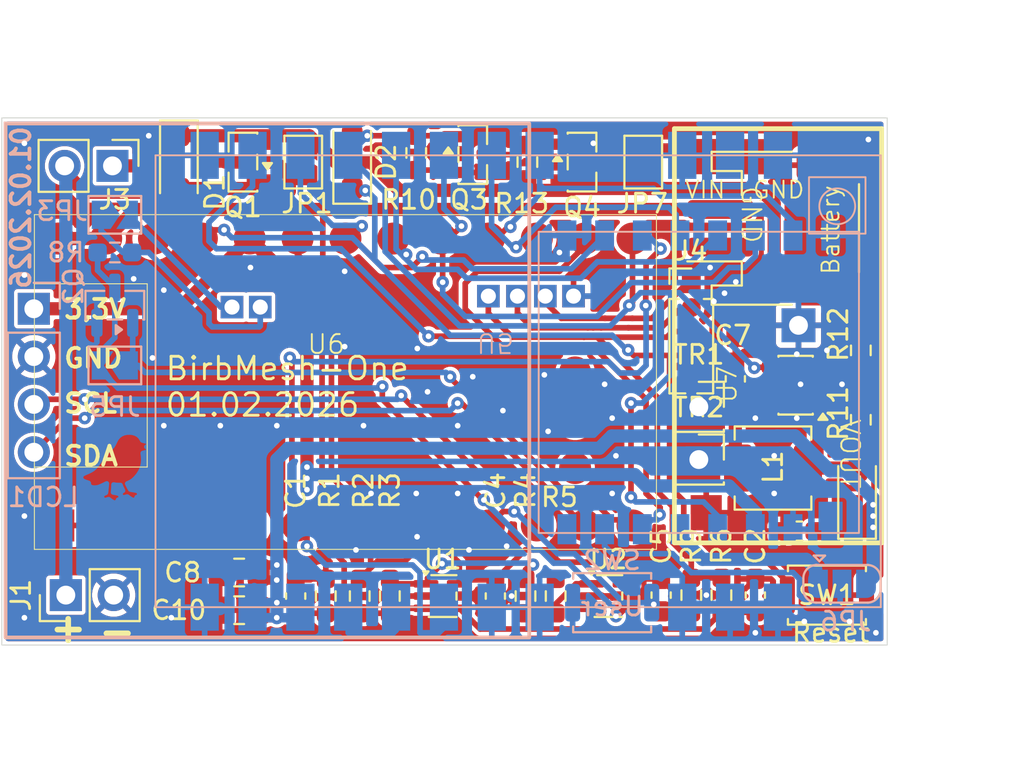
<source format=kicad_pcb>
(kicad_pcb (version 20241229) (generator "pcbnew") (generator_version "9.0")
  (layers (0 "F.Cu" signal) (2 "B.Cu" signal) (13 "F.Paste" user) (15 "B.Paste" user) (5 "F.SilkS" user "F.Silkscreen") (7 "B.SilkS" user "B.Silkscreen") (1 "F.Mask" user) (3 "B.Mask" user) (25 "Edge.Cuts" user))
  (net 0 "")
  (net 1 "GND")
  (net 2 "VCC_E22")
  (net 3 "VBAT")
  (net 4 "BAT_LEVEL")
  (net 5 "~{RESET}")
  (net 6 "VDDH")
  (net 7 "~{USER_BTN}")
  (net 8 "~{SX1262_RESET}")
  (net 9 "SWCLK")
  (net 10 "SWDIO")
  (net 11 "EXT_VCC")
  (net 12 "R_PROG")
  (net 13 "CHRG_PROG")
  (net 14 "CHRG_EN")
  (net 15 "RADIO_EN")
  (net 16 "LCD_SCL")
  (net 17 "LCD_SDA")
  (net 18 "Net-(Q3-D)")
  (net 19 "Net-(U1-HTH)")
  (net 20 "Net-(U2-IMP)")
  (net 21 "Net-(JP5-B)")
  (net 23 "SX1262_SCK")
  (net 24 "SX1262_DIO2")
  (net 25 "SX1262_BUSY")
  (net 26 "SX1262_MOSI")
  (net 27 "SX1262_NSS")
  (net 28 "SX1262_DIO1")
  (net 30 "SX1262_MISO")
  (net 32 "GPS_TX")
  (net 33 "RXD")
  (net 34 "GPS_RX")
  (net 37 "TXD")
  (net 38 "GPS_EN")
  (net 41 "/HW_VCC")
  (net 42 "/BOOST_SW")
  (net 43 "/BOOST_FB")
  (net 44 "VDD_NRF")
  (net 45 "VBUS")
  (net 47 "/VCCPA")
  (net 48 "Net-(JP6-C)")
  (footprint "BirbLib:ProMicro-all-pins_smd" (layer "F.Cu") (at 74.32 31.8 90)
    (property "Reference" "U6")
    (property "Value" "~" (hide yes))
  )
  (footprint "Diode_SMD:D_SOD-123F" (layer "F.Cu") (at 75.2 20.6 90)
    (property "Reference" "D2")
    (property "Value" "DSK26")
  )
  (footprint "Resistor_SMD:R_0603_1608Metric_Pad0.98x0.95mm_HandSolder" (layer "F.Cu") (at 84.5 20.6 90)
    (property "Reference" "R13")
    (property "Value" "300k")
  )
  (footprint "Inductor_SMD:L_Changjiang_FXL0420" (layer "F.Cu") (at 97.5375 36.85)
    (property "Reference" "L1")
    (property "Value" "FXL0420-2R2-M" (hide yes))
  )
  (footprint "Capacitor_SMD:C_0603_1608Metric_Pad1.08x0.95mm_HandSolder" (layer "F.Cu") (at 96.6 43.6 -90)
    (property "Reference" "C2")
    (property "Value" "100nF")
  )
  (footprint "Resistor_SMD:R_0603_1608Metric_Pad0.98x0.95mm_HandSolder" (layer "F.Cu") (at 77.2 43.65 -90)
    (property "Reference" "R3")
    (property "Value" "28k")
  )
  (footprint "Connector_PinSocket_2.54mm:PinSocket_1x01_P2.54mm_Vertical" (layer "F.Cu") (at 93.6 33.6)
    (property "Reference" "TR1")
    (property "Value" "PTH")
  )
  (footprint "Package_TO_SOT_SMD:SOT-23" (layer "F.Cu") (at 87.4 20.6)
    (property "Reference" "Q4")
    (property "Value" "AO3401A")
  )
  (footprint "Button_Switch_SMD:SW_Push_SPST_NO_Alps_SKRK" (layer "F.Cu") (at 100.4 43.6 180)
    (property "Reference" "SW1")
    (property "Value" "Reset")
  )
  (footprint "Resistor_SMD:R_0603_1608Metric_Pad0.98x0.95mm_HandSolder" (layer "F.Cu") (at 78.6 20.1125 -90)
    (property "Reference" "R10")
    (property "Value" "300k")
  )
  (footprint "Package_TO_SOT_SMD:SOT-23" (layer "F.Cu") (at 81.6 20.2)
    (property "Reference" "Q3")
    (property "Value" "BSS138")
  )
  (footprint "Resistor_SMD:R_0603_1608Metric_Pad0.98x0.95mm_HandSolder" (layer "F.Cu") (at 102.2 30.6 90)
    (property "Reference" "R12")
    (property "Value" "39k")
  )
  (footprint "Capacitor_SMD:C_0603_1608Metric_Pad1.08x0.95mm_HandSolder" (layer "F.Cu") (at 82.8 43.65 -90)
    (property "Reference" "C4")
    (property "Value" "100nF")
  )
  (footprint "Resistor_SMD:R_0603_1608Metric_Pad0.98x0.95mm_HandSolder" (layer "F.Cu") (at 84.4 43.65 90)
    (property "Reference" "R4")
    (property "Value" "86,6k")
  )
  (footprint "Resistor_SMD:R_0603_1608Metric_Pad0.98x0.95mm_HandSolder" (layer "F.Cu") (at 73.8 43.65 -90)
    (property "Reference" "R1")
    (property "Value" "1,24M")
  )
  (footprint "Package_TO_SOT_SMD:SOT-23-6" (layer "F.Cu") (at 98.7375 32.45 180)
    (property "Reference" "U4" (hide yes))
    (property "Value" "MT3608B")
  )
  (footprint "Connector_JST:JST_PH_S2B-PH-SM4-TB_1x02-1MP_P2.00mm_Horizontal" (layer "F.Cu") (at 97.592 24.114 90)
    (property "Reference" "J2" (hide yes))
    (property "Value" "Battery")
  )
  (footprint "Resistor_SMD:R_0603_1608Metric_Pad0.98x0.95mm_HandSolder" (layer "F.Cu") (at 86 43.65 -90)
    (property "Reference" "R5")
    (property "Value" "909K")
  )
  (footprint "Capacitor_SMD:C_0805_2012Metric_Pad1.18x1.45mm_HandSolder" (layer "F.Cu") (at 69.2 44.4)
    (property "Reference" "C10")
    (property "Value" "47uF")
  )
  (footprint "Jumper:SolderJumper-2_P1.3mm_Bridged_Pad1.0x1.5mm" (layer "F.Cu") (at 90.6495 20.6 90)
    (property "Reference" "JP7")
    (property "Value" "SolderJumper_2_Bridged" (hide yes))
  )
  (footprint "Package_TO_SOT_SMD:SOT-23" (layer "F.Cu") (at 69.4 20.6 180)
    (property "Reference" "Q1")
    (property "Value" "AO3401A")
  )
  (footprint "Jumper:SolderJumper-2_P1.3mm_Open_TrianglePad1.0x1.5mm" (layer "F.Cu") (at 72.6 20.6 90)
    (property "Reference" "JP1")
    (property "Value" "SolderJumper_2_Open" (hide yes))
  )
  (footprint "Connector_PinHeader_1.27mm:PinHeader_1x05_P1.27mm_Vertical" (layer "F.Cu") (at 93.2 27.06)
    (property "Reference" "J4")
    (property "Value" "Conn_01x05_Socket")
  )
  (footprint "Capacitor_SMD:C_0603_1608Metric_Pad1.08x0.95mm_HandSolder" (layer "F.Cu") (at 95.5375 32.1125 90)
    (property "Reference" "C7")
    (property "Value" "22uF")
  )
  (footprint "Resistor_SMD:R_0603_1608Metric_Pad0.98x0.95mm_HandSolder" (layer "F.Cu") (at 102.2 34.2875 -90)
    (property "Reference" "R11")
    (property "Value" "300k")
  )
  (footprint "Resistor_SMD:R_0603_1608Metric_Pad0.98x0.95mm_HandSolder" (layer "F.Cu") (at 93.2 43.6 90)
    (property "Reference" "R9")
    (property "Value" "100k")
  )
  (footprint "Resistor_SMD:R_0603_1608Metric_Pad0.98x0.95mm_HandSolder" (layer "F.Cu") (at 94.8 43.6 90)
    (property "Reference" "R6")
    (property "Value" "100k")
  )
  (footprint "Connector_PinHeader_2.54mm:PinHeader_1x02_P2.54mm_Vertical" (layer "F.Cu") (at 62.475 20.8 -90)
    (property "Reference" "J3")
    (property "Value" "Conn_01x02_Socket" (hide yes))
  )
  (footprint "Diode_SMD:D_SOD-123F" (layer "F.Cu") (at 66 20.6 -90)
    (property "Reference" "D1")
    (property "Value" "DSK26")
  )
  (footprint "Resistor_SMD:R_0603_1608Metric_Pad0.98x0.95mm_HandSolder" (layer "F.Cu") (at 75.6 43.65 90)
    (property "Reference" "R2")
    (property "Value" "1,96M")
  )
  (footprint "Package_TO_SOT_SMD:SOT-353_SC-70-5" (layer "F.Cu") (at 80 43.65)
    (property "Reference" "U1")
    (property "Value" "MIC841H")
  )
  (footprint "Diode_SMD:D_SOD-123F" (layer "F.Cu") (at 102 38.4 90)
    (property "Reference" "D3" (hide yes))
    (property "Value" "DSK26")
  )
  (footprint "Connector_PinSocket_2.54mm:PinSocket_1x01_P2.54mm_Vertical" (layer "F.Cu") (at 93.6 36.4)
    (property "Reference" "TR2")
    (property "Value" "PTH")
  )
  (footprint "Connector_PinHeader_2.54mm:PinHeader_1x02_P2.54mm_Vertical" (layer "F.Cu") (at 60 43.6 90)
    (property "Reference" "J1")
    (property "Value" "Conn_01x04_Pin" (hide yes))
  )
  (footprint "Package_TO_SOT_SMD:SOT-353_SC-70-5" (layer "F.Cu") (at 88.8 43.65)
    (property "Reference" "U2")
    (property "Value" "MIC842H")
  )
  (footprint "Capacitor_SMD:C_0805_2012Metric_Pad1.18x1.45mm_HandSolder" (layer "F.Cu") (at 69.2 42.4)
    (property "Reference" "C8")
    (property "Value" "47uF")
  )
  (footprint "BirbLib:HW-085" (layer "F.Cu") (at 97.039501 30 -90)
    (property "Reference" "U8" (hide yes))
    (property "Value" "HW-085")
  )
  (footprint "Capacitor_SMD:C_0603_1608Metric_Pad1.08x0.95mm_HandSolder" (layer "F.Cu") (at 91.6 43.6 -90)
    (property "Reference" "C5")
    (property "Value" "100nF")
  )
  (footprint "Capacitor_SMD:C_0603_1608Metric_Pad1.08x0.95mm_HandSolder" (layer "F.Cu") (at 72.2 43.65 90)
    (property "Reference" "C1")
    (property "Value" "470nF")
  )
  (footprint "Capacitor_SMD:C_0603_1608Metric_Pad1.08x0.95mm_HandSolder" (layer "F.Cu") (at 98.9375 40.2 180)
    (property "Reference" "C9" (hide yes))
    (property "Value" "22uF")
  )
  (footprint "Jumper:SolderJumper-3_P1.3mm_Open_RoundedPad1.0x1.5mm" (layer "B.Cu") (at 101.2 43)
    (property "Reference" "JP6")
    (property "Value" "SolderJumper_3_Open" (hide yes))
  )
  (footprint "BirbLib:Ra-01SH-P" (layer "B.Cu") (at 92.6 32.5 90)
    (property "Reference" "U7")
    (property "Value" "Ra-01SH-P / HT‑RA62")
  )
  (footprint "clipboard:d1cf45a4-5c72-4374-9351-7f510c0c975f" (layer "B.Cu") (at 62.042285 38.4 180)
    (property "Reference" "")
    (property "Value" "")
  )
  (footprint "Resistor_SMD:R_0603_1608Metric_Pad0.98x0.95mm_HandSolder" (layer "B.Cu") (at 62.6 25.4 180)
    (property "Reference" "R8")
    (property "Value" "10k")
  )
  (footprint "BirbLib:E22P-868M30S" (layer "B.Cu") (at 83.448 30.4)
    (property "Reference" "U5")
    (property "Value" "~" (hide yes))
  )
  (footprint "Jumper:SolderJumper-2_P1.3mm_Open_TrianglePad1.0x1.5mm" (layer "B.Cu") (at 62.6 23.4)
    (property "Reference" "JP3")
    (property "Value" "SolderJumper_2_Open" (hide yes))
  )
  (footprint "Connector_PinHeader_2.54mm:PinHeader_1x04_P2.54mm_Vertical" (layer "B.Cu") (at 58.3 28.39 180)
    (property "Reference" "LCD1")
    (property "Value" "Conn_01x04_Pin" (hide yes))
  )
  (footprint "Button_Switch_SMD:SW_Push_SPST_NO_Alps_SKRK" (layer "B.Cu") (at 89 44 180)
    (property "Reference" "SW2")
    (property "Value" "User")
  )
  (footprint "Package_TO_SOT_SMD:SOT-23" (layer "B.Cu") (at 62.6 28.2 90)
    (property "Reference" "Q2")
    (property "Value" "BSS138")
  )
  (footprint "Jumper:SolderJumper-2_P1.3mm_Open_TrianglePad1.0x1.5mm" (layer "B.Cu") (at 62.6 31.4 180)
    (property "Reference" "JP5")
    (property "Value" "SolderJumper_2_Open" (hide yes))
  )
  (gr_rect (start 56.8 18.55) (end 84.6 45.85) (stroke (width 0.2)) (fill no) (layer "B.SilkS"))
  (gr_rect (start 56.6 18.25) (end 103.6 46.25) (stroke (width 0.05)) (fill no) (layer "Edge.Cuts"))
  (gr_text "-" (at 61.6 46.4 0) (layer "F.SilkS") (effects (font (size 1.5 1.5) (thickness 0.3) (bold yes)) (justify left bottom)))
  (gr_text "BirbMesh-One\n01.02.2026" (at 65.2 34.2 0) (layer "F.SilkS") (effects (font (size 1.2 1.2)) (justify left bottom)))
  (gr_text "+" (at 59 46.2 0) (layer "F.SilkS") (effects (font (size 1.5 1.5) (thickness 0.3) (bold yes)) (justify left bottom)))
  (gr_text "SCL" (at 59.8 34 0) (layer "F.SilkS") (effects (font (size 1 1) (thickness 0.2) (bold yes)) (justify left bottom)))
  (gr_text "3,3V" (at 59.8 29 0) (layer "F.SilkS") (effects (font (size 1 1) (thickness 0.2) (bold yes)) (justify left bottom)))
  (gr_text "GND" (at 59.8 31.6 0) (layer "F.SilkS") (effects (font (size 1 1) (thickness 0.2) (bold yes)) (justify left bottom)))
  (gr_text "SDA" (at 59.8 36.8 0) (layer "F.SilkS") (effects (font (size 1 1) (thickness 0.2) (bold yes)) (justify left bottom)))
  (gr_text "01.02.2026" (at 58.2 18.6 90) (layer "B.SilkS") (effects (font (size 1 1) (thickness 0.2) (bold yes)) (justify left bottom mirror)))
  (segment (start 86 42.7375) (end 85.0875 43.65) (width 0.3) (layer "F.Cu") (net 1))
  (segment (start 94 43.6) (end 92.4625 43.6) (width 0.3) (layer "F.Cu") (net 1))
  (segment (start 90.6875 43.65) (end 91.6 42.7375) (width 0.3) (layer "F.Cu") (net 1))
  (segment (start 94 43.6) (end 95.7375 43.6) (width 0.3) (layer "F.Cu") (net 1))
  (segment (start 81.9375 43.65) (end 82.8 44.5125) (width 0.3) (layer "F.Cu") (net 1))
  (segment (start 98.7375 31.974999) (end 98.7375 31.1209) (width 0.5) (layer "F.Cu") (net 1))
  (segment (start 92.4625 43.6) (end 91.6 42.7375) (width 0.3) (layer "F.Cu") (net 1))
  (segment (start 79.1125 43.65) (end 81.8 43.65) (width 0.3) (layer "F.Cu") (net 1))
  (segment (start 95.7375 43.6) (end 96.6 42.7375) (width 0.3) (layer "F.Cu") (net 1))
  (segment (start 87.9125 43.65) (end 90.6875 43.65) (width 0.3) (layer "F.Cu") (net 1))
  (segment (start 98.3656 30.749) (end 96.0385 30.749) (width 0.5) (layer "F.Cu") (net 1))
  (segment (start 98.7375 31.1209) (end 98.3656 30.749) (width 0.5) (layer "F.Cu") (net 1))
  (segment (start 96.0385 30.749) (end 95.5375 31.25) (width 0.5) (layer "F.Cu") (net 1))
  (segment (start 81.8 43.65) (end 81.9375 43.65) (width 0.3) (layer "F.Cu") (net 1))
  (segment (start 99.212501 32.45) (end 98.7375 31.974999) (width 0.5) (layer "F.Cu") (net 1))
  (segment (start 83.6625 43.65) (end 82.8 44.5125) (width 0.3) (layer "F.Cu") (net 1))
  (segment (start 85.0875 43.65) (end 83.6625 43.65) (width 0.3) (layer "F.Cu") (net 1))
  (via (at 75.8 34.6) (size 0.7) (drill 0.3) (layers "F.Cu" "B.Cu") (net 1))
  (via (at 94.963603 27.563603) (size 0.7) (drill 0.3) (layers "F.Cu" "B.Cu") (net 1))
  (via (at 99.2 45) (size 0.7) (drill 0.3) (layers "F.Cu" "B.Cu") (net 1))
  (via (at 57.8 26.6) (size 0.7) (drill 0.3) (layers "F.Cu" "B.Cu") (net 1))
  (via (at 98.8 34.2) (size 0.7) (drill 0.3) (layers "F.Cu" "B.Cu") (net 1))
  (via (at 89 38.2) (size 0.7) (drill 0.3) (layers "F.Cu" "B.Cu") (net 1))
  (via (at 78.656789 30.5) (size 0.7) (drill 0.3) (layers "F.Cu" "B.Cu") (net 1))
  (via (at 96.6 34.2) (size 0.66) (drill 0.3) (layers "F.Cu" "B.Cu") (net 1))
  (via (at 85.6 34.9) (size 0.7) (drill 0.3) (layers "F.Cu" "B.Cu") (net 1))
  (via (at 57.8 39.4) (size 0.7) (drill 0.3) (layers "F.Cu" "B.Cu") (net 1))
  (via (at 76.2 38.2) (size 0.7) (drill 0.3) (layers "F.Cu" "B.Cu") (net 1))
  (via (at 64.4 19.2) (size 0.7) (drill 0.3) (layers "F.Cu" "B.Cu") (net 1))
  (via (at 100.4 30.6) (size 0.7) (drill 0.3) (layers "F.Cu" "B.Cu") (net 1))
  (via (at 103 45.6) (size 0.7) (drill 0.3) (layers "F.Cu" "B.Cu") (net 1))
  (via (at 102.6 19.4) (size 0.7) (drill 0.3) (layers "F.Cu" "B.Cu") (net 1))
  (via (at 94.4 28) (size 0.7) (drill 0.3) (layers "F.Cu" "B.Cu") (net 1))
  (via (at 78.6 38.2) (size 0.7) (drill 0.3) (layers "F.Cu" "B.Cu") (net 1))
  (via (at 81.4 41.2) (size 0.7) (drill 0.3) (layers "F.Cu" "B.Cu") (net 1))
  (via (at 68.2 34.6) (size 0.7) (drill 0.3) (layers "F.Cu" "B.Cu") (net 1))
  (via (at 79.2 32.8) (size 0.7) (drill 0.3) (layers "F.Cu" "B.Cu") (net 1))
  (via (at 65.2 27.4) (size 0.7) (drill 0.3) (layers "F.Cu" "B.Cu") (net 1))
  (via (at 78.644912 40.5) (size 0.7) (drill 0.3) (layers "F.Cu" "B.Cu") (net 1))
  (via (at 83.4 41) (size 0.7) (drill 0.3) (layers "F.Cu" "B.Cu") (net 1))
  (via (at 74.8 26.4) (size 0.7) (drill 0.3) (layers "F.Cu" "B.Cu") (net 1))
  (via (at 83.6625 43.65) (size 0.66) (drill 0.3) (layers "F.Cu" "B.Cu") (net 1))
  (via (at 63.6 26.8) (size 0.7) (drill 0.3) (layers "F.Cu" "B.Cu") (net 1))
  (via (at 101.6 45) (size 0.7) (drill 0.3) (layers "F.Cu" "B.Cu") (net 1))
  (via (at 75.4 41.2) (size 0.7) (drill 0.3) (layers "F.Cu" "B.Cu") (net 1))
  (via (at 57.8 44.8) (size 0.7) (drill 0.3) (layers "F.Cu" "B.Cu") (net 1))
  (via (at 83.2 33.8) (size 0.7) (drill 0.3) (layers "F.Cu" "B.Cu") (net 1))
  (via (at 57.8 19.6) (size 0.7) (drill 0.3) (layers "F.Cu" "B.Cu") (net 1))
  (via (at 99 32.4) (size 0.7) (drill 0.3) (layers "F.Cu" "B.Cu") (net 1))
  (via (at 85.4 31.9) (size 0.7) (drill 0.3) (layers "F.Cu" "B.Cu") (net 1))
  (via (at 95.563603 26.963603) (size 0.7) (drill 0.3) (layers "F.Cu" "B.Cu") (net 1))
  (via (at 64.6 31) (size 0.7) (drill 0.3) (layers "F.Cu" "B.Cu") (net 1))
  (via (at 69.8 26.2) (size 0.7) (drill 0.3) (layers "F.Cu" "B.Cu") (net 1))
  (via (at 94 43.6) (size 0.66) (drill 0.3) (layers "F.Cu" "B.Cu") (net 1))
  (via (at 74.8 30.4) (size 0.7) (drill 0.3) (layers "F.Cu" "B.Cu") (net 1))
  (via (at 94.2 26.2) (size 0.7) (drill 0.3) (layers "F.Cu" "B.Cu") (net 1))
  (via (at 97.6 36.2) (size 0.7) (drill 0.3) (layers "F.Cu" "B.Cu") (net 1))
  (via (at 89.2 36.2) (size 0.7) (drill 0.3) (layers "F.Cu" "B.Cu") (net 1))
  (via (at 88 19.6) (size 0.7) (drill 0.3) (layers "F.Cu" "B.Cu") (net 1))
  (via (at 71.2 34.6) (size 0.7) (drill 0.3) (layers "F.Cu" "B.Cu") (net 1))
  (via (at 88.6 32.4) (size 0.7) (drill 0.3) (layers "F.Cu" "B.Cu") (net 1))
  (via (at 96.6 45.6) (size 0.7) (drill 0.3) (layers "F.Cu" "B.Cu") (net 1))
  (via (at 81.6 32) (size 0.7) (drill 0.3) (layers "F.Cu" "B.Cu") (net 1))
  (via (at 65.6 44.8) (size 0.7) (drill 0.3) (layers "F.Cu" "B.Cu") (net 1))
  (via (at 97.6 38.2) (size 0.7) (drill 0.3) (layers "F.Cu" "B.Cu") (net 1))
  (via (at 80.8 34.6) (size 0.7) (drill 0.3) (layers "F.Cu" "B.Cu") (net 1))
  (via (at 101.2 32.4) (size 0.7) (drill 0.3) (layers "F.Cu" "B.Cu") (net 1))
  (via (at 65.2 34.6) (size 0.7) (drill 0.3) (layers "F.Cu" "B.Cu") (net 1))
  (via (at 98.8 30.8) (size 0.7) (drill 0.3) (layers "F.Cu" "B.Cu") (net 1))
  (via (at 89 34.2) (size 0.7) (drill 0.3) (layers "F.Cu" "B.Cu") (net 1))
  (via (at 86.2 25.4) (size 0.7) (drill 0.3) (layers "F.Cu" "B.Cu") (net 1))
  (via (at 80.8 38.2) (size 0.7) (drill 0.3) (layers "F.Cu" "B.Cu") (net 1))
  (segment (start 93.36 44.24) (end 92.72 44.24) (width 0.3) (layer "B.Cu") (net 1))
  (segment (start 94.64 44.24) (end 95.26 44.24) (width 0.3) (layer "B.Cu") (net 1))
  (segment (start 97.8 44.24) (end 98.56 45) (width 0.7) (layer "B.Cu") (net 1))
  (segment (start 67.974 44.32) (end 68.18 44.32) (width 0.7) (layer "B.Cu") (net 1))
  (segment (start 99 45) (end 99.2 45) (width 0.7) (layer "B.Cu") (net 1))
  (segment (start 94 44.24) (end 97.8 44.24) (width 0.7) (layer "B.Cu") (net 1))
  (segment (start 92.72 44.24) (end 94 44.24) (width 0.7) (layer "B.Cu") (net 1))
  (segment (start 98.56 45) (end 99 45) (width 0.7) (layer "B.Cu") (net 1))
  (segment (start 94 43.6) (end 94 44.24) (width 0.7) (layer "B.Cu") (net 1))
  (segment (start 70.6375 44.8) (end 70.2375 44.4) (width 0.5) (layer "F.Cu") (net 2))
  (segment (start 71.2 44) (end 70.6375 44) (width 0.5) (layer "F.Cu") (net 2))
  (segment (start 71.194743 44.8) (end 70.6375 44.8) (width 0.5) (layer "F.Cu") (net 2))
  (segment (start 71.2 42) (end 70.6375 42) (width 0.5) (layer "F.Cu") (net 2))
  (segment (start 102.85 38.8) (end 102.425238 39.224762) (width 0.7) (layer "F.Cu") (net 2))
  (segment (start 99.8 40.2) (end 102.65 40.2) (width 0.7) (layer "F.Cu") (net 2))
  (segment (start 70.6375 42) (end 70.2375 42.4) (width 0.5) (layer "F.Cu") (net 2))
  (segment (start 71.195 44.799743) (end 71.194743 44.8) (width 0.5) (layer "F.Cu") (net 2))
  (segment (start 101.6 40.2) (end 102 39.8) (width 0.7) (layer "F.Cu") (net 2))
  (segment (start 70.6375 42.8) (end 70.2375 42.4) (width 0.5) (layer "F.Cu") (net 2))
  (segment (start 102.85 40) (end 102.85 38.8) (width 0.7) (layer "F.Cu") (net 2))
  (segment (start 70.6375 44) (end 70.2375 44.4) (width 0.5) (layer "F.Cu") (net 2))
  (segment (start 102.425238 39.224762) (end 101.480743 39.224762) (width 0.7) (layer "F.Cu") (net 2))
  (segment (start 102.2 35.2) (end 102.901 35.901) (width 0.3) (layer "F.Cu") (net 2))
  (segment (start 102.65 40.2) (end 102.85 40) (width 0.7) (layer "F.Cu") (net 2))
  (segment (start 71.195 42.8) (end 70.6375 42.8) (width 0.5) (layer "F.Cu") (net 2))
  (segment (start 102.901 35.901) (end 102.901 38.899) (width 0.3) (layer "F.Cu") (net 2))
  (via (at 71.2 44) (size 0.66) (drill 0.3) (layers "F.Cu" "B.Cu") (net 2))
  (via (at 102.85 38.8) (size 0.7) (drill 0.3) (layers "F.Cu" "B.Cu") (net 2))
  (via (at 102.85 39.4) (size 0.7) (drill 0.3) (layers "F.Cu" "B.Cu") (net 2))
  (via (at 71.195 44.799743) (size 0.66) (drill 0.3) (layers "F.Cu" "B.Cu") (net 2))
  (via (at 71.2 42) (size 0.66) (drill 0.3) (layers "F.Cu" "B.Cu") (net 2))
  (via (at 102.85 40) (size 0.7) (drill 0.3) (layers "F.Cu" "B.Cu") (net 2))
  (via (at 71.195 42.8) (size 0.66) (drill 0.3) (layers "F.Cu" "B.Cu") (net 2))
  (segment (start 71.195 44.799743) (end 71.195257 44.8) (width 0.5) (layer "B.Cu") (net 2))
  (segment (start 71.2 44.794743) (end 71.2 36.4) (width 0.7) (layer "B.Cu") (net 2))
  (segment (start 69.91 43.29) (end 70 43.2) (width 0.5) (layer "B.Cu") (net 2))
  (segment (start 70.15 44) (end 69.91 44.24) (width 0.5) (layer "B.Cu") (net 2))
  (segment (start 71.89 44.8) (end 72.45 44.24) (width 0.5) (layer "B.Cu") (net 2))
  (segment (start 88.325793 35.8) (end 88.976793 35.149) (width 0.7) (layer "B.Cu") (net 2))
  (segment (start 72.45 44.24) (end 72.45 44.05) (width 0.5) (layer "B.Cu") (net 2))
  (segment (start 102.85 40) (end 102.85 42.65) (width 0.7) (layer "B.Cu") (net 2))
  (segment (start 69.91 44.24) (end 69.91 43.29) (width 0.6) (layer "B.Cu") (net 2))
  (segment (start 71.8 35.8) (end 88.325793 35.8) (width 0.7) (layer "B.Cu") (net 2))
  (segment (start 102.85 42.65) (end 102.5 43) (width 0.7) (layer "B.Cu") (net 2))
  (segment (start 88.976793 35.149) (end 97.748788 35.149) (width 0.7) (layer "B.Cu") (net 2))
  (segment (start 71.2 44) (end 72.21 44) (width 0.5) (layer "B.Cu") (net 2))
  (segment (start 97.753788 35.144) (end 98.711188 35.144) (width 0.7) (layer "B.Cu") (net 2))
  (segment (start 102.85 38.45) (end 102.85 40) (width 0.7) (layer "B.Cu") (net 2))
  (segment (start 71.2 44) (end 70.15 44) (width 0.5) (layer "B.Cu") (net 2))
  (segment (start 71.195 44.799743) (end 71.194743 44.8) (width 0.5) (layer "B.Cu") (net 2))
  (segment (start 71.195257 44.8) (end 71.89 44.8) (width 0.5) (layer "B.Cu") (net 2))
  (segment (start 100.567188 37) (end 101.4 37) (width 0.7) (layer "B.Cu") (net 2))
  (segment (start 98.711188 35.144) (end 100.567188 37) (width 0.7) (layer "B.Cu") (net 2))
  (segment (start 71.2 36.4) (end 71.8 35.8) (width 0.7) (layer "B.Cu") (net 2))
  (segment (start 97.748788 35.149) (end 97.753788 35.144) (width 0.7) (layer "B.Cu") (net 2))
  (segment (start 70.47 44.8) (end 69.91 44.24) (width 0.5) (layer "B.Cu") (net 2))
  (segment (start 71.194743 44.8) (end 70.47 44.8) (width 0.5) (layer "B.Cu") (net 2))
  (segment (start 71.195 44.799743) (end 71.2 44.794743) (width 0.7) (layer "B.Cu") (net 2))
  (segment (start 72.21 44) (end 72.45 44.24) (width 0.5) (layer "B.Cu") (net 2))
  (segment (start 101.4 37) (end 102.85 38.45) (width 0.7) (layer "B.Cu") (net 2))
  (segment (start 85.549 41.199) (end 86.2 41.85) (width 0.3) (layer "F.Cu") (net 3))
  (segment (start 76.5375 41.8) (end 78 41.8) (width 0.3) (layer "F.Cu") (net 3))
  (segment (start 68.4625 20.6) (end 71.138834 20.6) (width 0.7) (layer "F.Cu") (net 3))
  (segment (start 85.549 41.199) (end 84.3885 41.199) (width 0.3) (layer "F.Cu") (net 3))
  (segment (start 59.6 24.66) (end 62.14 24.66) (width 0.7) (layer "F.Cu") (net 3))
  (segment (start 86.2 41.85) (end 88.5375 41.85) (width 0.3) (layer "F.Cu") (net 3))
  (segment (start 62.14 24.66) (end 63.686 23.114) (width 0.7) (layer "F.Cu") (net 3))
  (segment (start 76.179 42.1585) (end 76.179 39.4) (width 0.3) (layer "F.Cu") (net 3))
  (segment (start 80.2 41.2) (end 80.8875 41.8875) (width 0.3) (layer "F.Cu") (net 3))
  (segment (start 71.863834 22.136166) (end 70.886 23.114) (width 0.7) (layer "F.Cu") (net 3))
  (segment (start 63.686 23.114) (end 73.639 23.114) (width 0.7) (layer "F.Cu") (net 3))
  (segment (start 81.1 42.7875) (end 80.8875 43) (width 0.3) (layer "F.Cu") (net 3))
  (segment (start 84.3885 41.199) (end 82.8 42.7875) (width 0.3) (layer "F.Cu") (net 3))
  (segment (start 76.179 39.4) (end 74.1 37.321) (width 0.3) (layer "F.Cu") (net 3))
  (segment (start 71.863834 21.325) (end 71.863834 22.136166) (width 0.7) (layer "F.Cu") (net 3))
  (segment (start 71.138834 20.6) (end 71.863834 21.325) (width 0.7) (layer "F.Cu") (net 3))
  (segment (start 73.639 25.639) (end 73.639 23.114) (width 0.3) (layer "F.Cu") (net 3))
  (segment (start 82.8 42.7875) (end 81.1 42.7875) (width 0.3) (layer "F.Cu") (net 3))
  (segment (start 71.863834 21.325) (end 72.6 21.325) (width 0.7) (layer "F.Cu") (net 3))
  (segment (start 88.5375 41.85) (end 89.6875 43) (width 0.3) (layer "F.Cu") (net 3))
  (segment (start 78.6 41.2) (end 80.2 41.2) (width 0.3) (layer "F.Cu") (net 3))
  (segment (start 80.8875 41.8875) (end 80.8875 43) (width 0.3) (layer "F.Cu") (net 3))
  (segment (start 74.1 37.321) (end 74.1 26.1) (width 0.3) (layer "F.Cu") (net 3))
  (segment (start 75.6 42.7375) (end 76.5375 41.8) (width 0.3) (layer "F.Cu") (net 3))
  (segment (start 82.8 42.7875) (end 82.8625 42.7875) (width 0.3) (layer "F.Cu") (net 3))
  (segment (start 78 41.8) (end 78.6 41.2) (width 0.3) (layer "F.Cu") (net 3))
  (segment (start 94.742 23.114) (end 73.639 23.114) (width 0.7) (layer "F.Cu") (net 3))
  (segment (start 74.1 26.1) (end 73.639 25.639) (width 0.3) (layer "F.Cu") (net 3))
  (segment (start 77.4625 44.3) (end 77.2 44.5625) (width 0.3) (layer "F.Cu") (net 4))
  (segment (start 75.6 44.5625) (end 74.8 44.5625) (width 0.3) (layer "F.Cu") (net 4))
  (segment (start 79.1125 44.3) (end 77.4625 44.3) (width 0.3) (layer "F.Cu") (net 4))
  (segment (start 74.774 44.5365) (end 74.774 41.876) (width 0.3) (layer "F.Cu") (net 4))
  (segment (start 74.774 41.876) (end 73.6 40.702) (width 0.3) (layer "F.Cu") (net 4))
  (segment (start 73.6 40.702) (end 73.6 26.8) (width 0.3) (layer "F.Cu") (net 4))
  (segment (start 74.8 44.5625) (end 74.774 44.5365) (width 0.3) (layer "F.Cu") (net 4))
  (segment (start 77.2 44.5625) (end 75.6 44.5625) (width 0.3) (layer "F.Cu") (net 4))
  (segment (start 74.8 44.5625) (end 73.8 44.5625) (width 0.3) (layer "F.Cu") (net 4))
  (segment (start 73.6 26.8) (end 72.3 25.5) (width 0.3) (layer "F.Cu") (net 4))
  (segment (start 73.8 44.5625) (end 72.25 44.5625) (width 0.3) (layer "F.Cu") (net 4))
  (segment (start 72.25 44.5625) (end 72.2 44.5125) (width 0.3) (layer "F.Cu") (net 4))
  (segment (start 72.3 25.5) (end 72.3 24.66) (width 0.3) (layer "F.Cu") (net 4))
  (segment (start 75.894167 22.028051) (end 75.866116 22) (width 0.3) (layer "F.Cu") (net 5))
  (segment (start 68.4 24.2) (end 67.68 24.2) (width 0.3) (layer "F.Cu") (net 5))
  (segment (start 92.049 37.849) (end 92.049 30.87) (width 0.3) (layer "F.Cu") (net 5))
  (segment (start 94.104328 41.8) (end 92.81604 40.511712) (width 0.3) (layer "F.Cu") (net 5))
  (segment (start 81.9885 45.401) (end 93.9115 45.401) (width 0.3) (layer "F.Cu") (net 5))
  (segment (start 75.866116 22) (end 75.2 22) (width 0.3) (layer "F.Cu") (net 5))
  (segment (start 94.8 44.5125) (end 96.55 44.5125) (width 0.3) (layer "F.Cu") (net 5))
  (segment (start 93.9115 45.401) (end 94.8 44.5125) (width 0.3) (layer "F.Cu") (net 5))
  (segment (start 90.140185 30.87) (end 93.2 30.87) (width 0.3) (layer "F.Cu") (net 5))
  (segment (start 80.8875 44.3) (end 81.9885 45.401) (width 0.3) (layer "F.Cu") (net 5))
  (segment (start 97.2 41.8) (end 94.104328 41.8) (width 0.3) (layer "F.Cu") (net 5))
  (segment (start 89.850185 30.58) (end 90.140185 30.87) (width 0.3) (layer "F.Cu") (net 5))
  (segment (start 96.6 44.4625) (end 97.4375 44.4625) (width 0.3) (layer "F.Cu") (net 5))
  (segment (start 75.894167 22.105833) (end 75.894167 22.028051) (width 0.3) (layer "F.Cu") (net 5))
  (segment (start 67.68 24.2) (end 67.22 24.66) (width 0.3) (layer "F.Cu") (net 5))
  (segment (start 98.3 43.6) (end 98.3 42.9) (width 0.3) (layer "F.Cu") (net 5))
  (segment (start 98.3 42.9) (end 97.2 41.8) (width 0.3) (layer "F.Cu") (net 5))
  (segment (start 96.55 44.5125) (end 96.6 44.4625) (width 0.3) (layer "F.Cu") (net 5))
  (segment (start 92.8 40.495672) (end 92.8 38.6) (width 0.3) (layer "F.Cu") (net 5))
  (segment (start 97.4375 44.4625) (end 98.3 43.6) (width 0.3) (layer "F.Cu") (net 5))
  (segment (start 92.8 38.6) (end 92.049 37.849) (width 0.3) (layer "F.Cu") (net 5))
  (via (at 68.4 24.2) (size 0.66) (drill 0.3) (layers "F.Cu" "B.Cu") (net 5))
  (via (at 89.850185 30.58) (size 0.66) (drill 0.3) (layers "F.Cu" "B.Cu") (net 5))
  (via (at 75.894167 22.105833) (size 0.66) (drill 0.3) (layers "F.Cu" "B.Cu") (net 5))
  (segment (start 80.4 29.8) (end 76.1 25.5) (width 0.3) (layer "B.Cu") (net 5))
  (segment (start 75.215 24.615) (end 68.815 24.615) (width 0.3) (layer "B.Cu") (net 5))
  (segment (start 89.850185 30.58) (end 89.78 30.58) (width 0.3) (layer "B.Cu") (net 5))
  (segment (start 68.815 24.615) (end 68.4 24.2) (width 0.3) (layer "B.Cu") (net 5))
  (segment (start 76.1 25.5) (end 75.215 24.615) (width 0.3) (layer "B.Cu") (net 5))
  (segment (start 89.78 30.58) (end 89 29.8) (width 0.3) (layer "B.Cu") (net 5))
  (segment (start 75.894167 22.105833) (end 75.971949 22.105833) (width 0.3) (layer "B.Cu") (net 5))
  (segment (start 75.971949 22.105833) (end 76.4 22.533884) (width 0.3) (layer "B.Cu") (net 5))
  (segment (start 89 29.8) (end 80.4 29.8) (width 0.3) (layer "B.Cu") (net 5))
  (segment (start 76.4 22.533884) (end 76.4 25.8) (width 0.3) (layer "B.Cu") (net 5))
  (segment (start 64.4 20.8) (end 66 19.2) (width 0.7) (layer "F.Cu") (net 6))
  (segment (start 94.5115 31.949) (end 94.5115 29.2885) (width 0.7) (layer "F.Cu") (net 6))
  (segment (start 97.6 22.8) (end 96.8 22) (width 0.7) (layer "F.Cu") (net 6))
  (segment (start 76.2 20.6) (end 74.320228 20.6) (width 0.7) (layer "F.Cu") (net 6))
  (segment (start 95.5375 32.975) (end 94.5115 31.949) (width 0.7) (layer "F.Cu") (net 6))
  (segment (start 95.5375 36.7) (end 95.5375 32.975) (width 0.7) (layer "F.Cu") (net 6))
  (segment (start 96.0625 32.45) (end 95.5375 32.975) (width 0.7) (layer "F.Cu") (net 6))
  (segment (start 96.8 22) (end 86.9125 22) (width 0.7) (layer "F.Cu") (net 6))
  (segment (start 72.920228 19.2) (end 66 19.2) (width 0.7) (layer "F.Cu") (net 6))
  (segment (start 94.5115 29.2885) (end 97.6 26.2) (width 0.7) (layer "F.Cu") (net 6))
  (segment (start 86.8115 22.101) (end 77.701 22.101) (width 0.7) (layer "F.Cu") (net 6))
  (segment (start 62.2 20.8) (end 64.4 20.8) (width 0.7) (layer "F.Cu") (net 6))
  (segment (start 66 19.101) (end 66 19.2) (width 0.7) (layer "F.Cu") (net 6))
  (segment (start 95.6875 36.85) (end 95.5375 36.7) (width 0.7) (layer "F.Cu") (net 6))
  (segment (start 90.8 21.4005) (end 90.6495 21.25) (width 0.7) (layer "F.Cu") (net 6))
  (segment (start 97.6 32.45) (end 96.0625 32.45) (width 0.7) (layer "F.Cu") (net 6))
  (segment (start 97.6 26.2) (end 97.6 22.8) (width 0.7) (layer "F.Cu") (net 6))
  (segment (start 86.9125 22) (end 86.8115 22.101) (width 0.7) (layer "F.Cu") (net 6))
  (segment (start 74.320228 20.6) (end 72.920228 19.2) (width 0.7) (layer "F.Cu") (net 6))
  (segment (start 90.8 22) (end 90.8 21.4005) (width 0.7) (layer "F.Cu") (net 6))
  (segment (start 77.701 22.101) (end 76.2 20.6) (width 0.7) (layer "F.Cu") (net 6))
  (segment (start 91.47 44.3325) (end 91.6 44.4625) (width 0.2) (layer "F.Cu") (net 7))
  (segment (start 91.65 44.5125) (end 91.6 44.4625) (width 0.3) (layer "F.Cu") (net 7))
  (segment (start 93.2 44.5125) (end 91.65 44.5125) (width 0.3) (layer "F.Cu") (net 7))
  (segment (start 91.448561 44.3325) (end 91.47 44.3325) (width 0.2) (layer "F.Cu") (net 7))
  (segment (start 83.200797 39.159203) (end 82.46 39.9) (width 0.3) (layer "F.Cu") (net 7))
  (segment (start 91.207614 44.091553) (end 91.448561 44.3325) (width 0.2) (layer "F.Cu") (net 7))
  (segment (start 83.8 39.159203) (end 83.200797 39.159203) (width 0.3) (layer "F.Cu") (net 7))
  (via (at 83.8 39.159203) (size 0.66) (drill 0.3) (layers "F.Cu" "B.Cu") (net 7))
  (via (at 91.207614 44.091553) (size 0.66) (drill 0.3) (layers "F.Cu" "B.Cu") (net 7))
  (segment (start 83.86229 39.159203) (end 86.103087 41.4) (width 0.3) (layer "B.Cu") (net 7))
  (segment (start 86.103087 41.4) (end 87 41.4) (width 0.3) (layer "B.Cu") (net 7))
  (segment (start 83.8 39.159203) (end 83.86229 39.159203) (width 0.3) (layer "B.Cu") (net 7))
  (segment (start 87 41.4) (end 89.6 44) (width 0.3) (layer "B.Cu") (net 7))
  (segment (start 89.6 44) (end 91.1 44) (width 0.3) (layer "B.Cu") (net 7))
  (segment (start 96.5425 31.529) (end 96.5715 31.5) (width 0.3) (layer "F.Cu") (net 8))
  (segment (start 90.08 28.038783) (end 90.08 24.66) (width 0.3) (layer "F.Cu") (net 8))
  (segment (start 96.5715 31.5) (end 97.6 31.5) (width 0.3) (layer "F.Cu") (net 8))
  (segment (start 89.900783 28.218) (end 90.08 28.038783) (width 0.3) (layer "F.Cu") (net 8))
  (segment (start 76 19.2) (end 80.6125 19.2) (width 0.3) (layer "F.Cu") (net 8))
  (segment (start 90 33.4) (end 90 38.4) (width 0.3) (layer "F.Cu") (net 8))
  (segment (start 76 19.2) (end 75.2 19.2) (width 0.3) (layer "F.Cu") (net 8))
  (segment (start 80.6125 19.2) (end 80.6625 19.25) (width 0.3) (layer "F.Cu") (net 8))
  (via (at 96.5425 31.529) (size 0.66) (drill 0.3) (layers "F.Cu" "B.Cu") (net 8))
  (via (at 90 38.4) (size 0.66) (drill 0.3) (layers "F.Cu" "B.Cu") (net 8))
  (via (at 76 19.2) (size 0.66) (drill 0.3) (layers "F.Cu" "B.Cu") (net 8))
  (via (at 90 33.4) (size 0.66) (drill 0.3) (layers "F.Cu" "B.Cu") (net 8))
  (via (at 89.900783 28.218) (size 0.66) (drill 0.3) (layers "F.Cu" "B.Cu") (net 8))
  (segment (start 92.5515 27.538) (end 96.5425 31.529) (width 0.3) (layer "B.Cu") (net 8))
  (segment (start 89.900783 28.299217) (end 88.901 29.299) (width 0.3) (layer "B.Cu") (net 8))
  (segment (start 76.95 22.2) (end 74.99 20.24) (width 0.3) (layer "B.Cu") (net 8))
  (segment (start 90 33.4) (end 90.6 33.4) (width 0.3) (layer "B.Cu") (net 8))
  (segment (start 89.900783 28.138719) (end 90.501502 27.538) (width 0.3) (layer "B.Cu") (net 8))
  (segment (start 76 19.23) (end 74.99 20.24) (width 0.3) (layer "B.Cu") (net 8))
  (segment (start 88.901 29.299) (end 80.899 29.299) (width 0.3) (layer "B.Cu") (net 8))
  (segment (start 80.899 29.299) (end 76.95 25.35) (width 0.3) (layer "B.Cu") (net 8))
  (segment (start 90.6 33.4) (end 92.10675 31.89325) (width 0.3) (layer "B.Cu") (net 8))
  (segment (start 76 19.2) (end 76 19.23) (width 0.3) (layer "B.Cu") (net 8))
  (segment (start 92.10675 31.89325) (end 92.10675 27.538) (width 0.3) (layer "B.Cu") (net 8))
  (segment (start 90.501502 27.538) (end 92.5515 27.538) (width 0.3) (layer "B.Cu") (net 8))
  (segment (start 89.900783 28.218) (end 89.900783 28.299217) (width 0.3) (layer "B.Cu") (net 8))
  (segment (start 93.85 38.65) (end 94.6 39.4) (width 0.3) (layer "B.Cu") (net 8))
  (segment (start 94.6 39.4) (end 94.6 40.1) (width 0.3) (layer "B.Cu") (net 8))
  (segment (start 90.25 38.65) (end 93.85 38.65) (width 0.3) (layer "B.Cu") (net 8))
  (segment (start 90 38.4) (end 90.25 38.65) (width 0.3) (layer "B.Cu") (net 8))
  (segment (start 76.95 25.35) (end 76.95 22.2) (width 0.3) (layer "B.Cu") (net 8))
  (segment (start 89.900783 28.218) (end 89.900783 28.138719) (width 0.3) (layer "B.Cu") (net 8))
  (segment (start 85.451114 28.051114) (end 86.297 28.897) (width 0.3) (layer "F.Cu") (net 9))
  (segment (start 90.072961 28.899) (end 91.10983 28.899) (width 0.3) (layer "F.Cu") (net 9))
  (segment (start 92.4 27.6) (end 92.94 27.06) (width 0.3) (layer "F.Cu") (net 9))
  (segment (start 90.071962 28.898) (end 90.072961 28.899) (width 0.3) (layer "F.Cu") (net 9))
  (segment (start 91.10983 28.899) (end 92.4 27.60883) (width 0.3) (layer "F.Cu") (net 9))
  (segment (start 85.451114 27.717803) (end 85.451114 28.051114) (width 0.3) (layer "F.Cu") (net 9))
  (segment (start 92.94 27.06) (end 93.2 27.06) (width 0.3) (layer "F.Cu") (net 9))
  (segment (start 88.622561 28.897) (end 88.623562 28.898) (width 0.3) (layer "F.Cu") (net 9))
  (segment (start 88.623562 28.898) (end 90.071962 28.898) (width 0.3) (layer "F.Cu") (net 9))
  (segment (start 86.297 28.897) (end 88.622561 28.897) (width 0.3) (layer "F.Cu") (net 9))
  (segment (start 92.4 27.60883) (end 92.4 27.6) (width 0.3) (layer "F.Cu") (net 9))
  (segment (start 89.864441 29.399) (end 89.865441 29.4) (width 0.3) (layer "F.Cu") (net 10))
  (segment (start 87.991479 29.398) (end 88.415041 29.398) (width 0.3) (layer "F.Cu") (net 10))
  (segment (start 87.70952 29.399) (end 87.990479 29.399) (width 0.3) (layer "F.Cu") (net 10))
  (segment (start 87.990479 29.399) (end 87.991479 29.398) (width 0.3) (layer "F.Cu") (net 10))
  (segment (start 92.67 28.33) (end 93.2 28.33) (width 0.3) (layer "F.Cu") (net 10))
  (segment (start 83.972766 28.617803) (end 84.752963 29.398) (width 0.3) (layer "F.Cu") (net 10))
  (segment (start 91.6 29.4) (end 92.67 28.33) (width 0.3) (layer "F.Cu") (net 10))
  (segment (start 83.972766 27.717803) (end 83.972766 28.617803) (width 0.3) (layer "F.Cu") (net 10))
  (segment (start 87.708521 29.398) (end 87.70952 29.399) (width 0.3) (layer "F.Cu") (net 10))
  (segment (start 88.415041 29.398) (end 88.416041 29.399) (width 0.3) (layer "F.Cu") (net 10))
  (segment (start 84.752963 29.398) (end 87.708521 29.398) (width 0.3) (layer "F.Cu") (net 10))
  (segment (start 88.416041 29.399) (end 89.864441 29.399) (width 0.3) (layer "F.Cu") (net 10))
  (segment (start 89.865441 29.4) (end 91.6 29.4) (width 0.3) (layer "F.Cu") (net 10))
  (segment (start 72.8 27.7) (end 69.76 24.66) (width 0.7) (layer "F.Cu") (net 11))
  (segment (start 66.03 28.39) (end 58.3 28.39) (width 0.7) (layer "F.Cu") (net 11))
  (segment (start 72.8 38) (end 72.8 27.7) (width 0.7) (layer "F.Cu") (net 11))
  (segment (start 69.76 24.66) (end 66.03 28.39) (width 0.7) (layer "F.Cu") (net 11))
  (via (at 72.8 38) (size 0.66) (drill 0.3) (layers "F.Cu" "B.Cu") (net 11))
  (via (at 72.8 37.4) (size 0.66) (drill 0.3) (layers "F.Cu" "B.Cu") (net 11))
  (via (at 72.8 36.8) (size 0.66) (drill 0.3) (layers "F.Cu" "B.Cu") (net 11))
  (segment (start 73 37.2) (end 90.2 37.2) (width 0.7) (layer "B.Cu") (net 11))
  (segment (start 95.2 37.8) (end 96.6 39.2) (width 0.7) (layer "B.Cu") (net 11))
  (segment (start 72.8 36.8) (end 72.8 38) (width 0.7) (layer "B.Cu") (net 11))
  (segment (start 90.2 37.2) (end 90.8 37.8) (width 0.7) (layer "B.Cu") (net 11))
  (segment (start 72.8 37.4) (end 73 37.2) (width 0.7) (layer "B.Cu") (net 11))
  (segment (start 96.6 39.2) (end 96.6 40.1) (width 0.7) (layer "B.Cu") (net 11))
  (segment (start 90.8 37.8) (end 95.2 37.8) (width 0.7) (layer "B.Cu") (net 11))
  (segment (start 68.82 28.3) (end 68.225 28.3) (width 0.3) (layer "B.Cu") (net 12))
  (segment (start 68.225 28.3) (end 63.325 23.4) (width 0.3) (layer "B.Cu") (net 12))
  (segment (start 61.875 24.25) (end 61.875 23.4) (width 0.3) (layer "B.Cu") (net 13))
  (segment (start 67.6 28.6) (end 64.4 25.4) (width 0.3) (layer "B.Cu") (net 13))
  (segment (start 70.32 29.3) (end 70.269 29.351) (width 0.3) (layer "B.Cu") (net 13))
  (segment (start 70.269 29.351) (end 67.769 29.351) (width 0.3) (layer "B.Cu") (net 13))
  (segment (start 63.025 25.4) (end 61.875 24.25) (width 0.3) (layer "B.Cu") (net 13))
  (segment (start 64.4 25.4) (end 63.5125 25.4) (width 0.3) (layer "B.Cu") (net 13))
  (segment (start 70.32 28.3) (end 70.32 29.3) (width 0.3) (layer "B.Cu") (net 13))
  (segment (start 63.5125 25.4) (end 63.025 25.4) (width 0.3) (layer "B.Cu") (net 13))
  (segment (start 67.6 29.182) (end 67.6 28.6) (width 0.3) (layer "B.Cu") (net 13))
  (segment (start 67.769 29.351) (end 67.6 29.182) (width 0.3) (layer "B.Cu") (net 13))
  (segment (start 89.78 39.6) (end 90.08 39.9) (width 0.3) (layer "F.Cu") (net 14))
  (segment (start 89 39.6) (end 89.78 39.6) (width 0.3) (layer "F.Cu") (net 14))
  (segment (start 86.74852 38.4) (end 87.8 38.4) (width 0.3) (layer "F.Cu") (net 14))
  (segment (start 87.8 38.4) (end 89 39.6) (width 0.3) (layer "F.Cu") (net 14))
  (segment (start 80.4 32) (end 80.4 32.05148) (width 0.3) (layer "F.Cu") (net 14))
  (segment (start 80.4 32.05148) (end 86.74852 38.4) (width 0.3) (layer "F.Cu") (net 14))
  (via (at 80.4 32) (size 0.66) (drill 0.3) (layers "F.Cu" "B.Cu") (net 14))
  (segment (start 64.203 31.773) (end 63.83 31.4) (width 0.3) (layer "B.Cu") (net 14))
  (segment (start 63.83 31.4) (end 63.325 31.4) (width 0.3) (layer "B.Cu") (net 14))
  (segment (start 63.55 29.1375) (end 63.55 31.175) (width 0.3) (layer "B.Cu") (net 14))
  (segment (start 63.55 31.175) (end 63.325 31.4) (width 0.3) (layer "B.Cu") (net 14))
  (segment (start 80.173 31.773) (end 64.203 31.773) (width 0.3) (layer "B.Cu") (net 14))
  (segment (start 80.4 32) (end 80.173 31.773) (width 0.3) (layer "B.Cu") (net 14))
  (segment (start 72.8 40.49038) (end 72.3 39.99038) (width 0.3) (layer "F.Cu") (net 15))
  (segment (start 90.8 26) (end 91.569998 25.230002) (width 0.3) (layer "F.Cu") (net 15))
  (segment (start 90.783582 28.219) (end 90.783582 27.496418) (width 0.3) (layer "F.Cu") (net 15))
  (segment (start 91.569998 25.230002) (end 91.6 25.230002) (width 0.3) (layer "F.Cu") (net 15))
  (segment (start 90.8 27.48) (end 90.8 26) (width 0.3) (layer "F.Cu") (net 15))
  (segment (start 72 39.6) (end 72 31.106173) (width 0.3) (layer "F.Cu") (net 15))
  (segment (start 90.783582 27.496418) (end 90.8 27.48) (width 0.3) (layer "F.Cu") (net 15))
  (segment (start 72 31.106173) (end 71.886827 30.993) (width 0.3) (layer "F.Cu") (net 15))
  (segment (start 72.3 39.9) (end 72 39.6) (width 0.3) (layer "F.Cu") (net 15))
  (segment (start 91.6 25.230002) (end 91.569998 25.2) (width 0.3) (layer "F.Cu") (net 15))
  (segment (start 72.8 41) (end 72.8 40.49038) (width 0.3) (layer "F.Cu") (net 15))
  (segment (start 72.3 39.99038) (end 72.3 39.9) (width 0.3) (layer "F.Cu") (net 15))
  (via (at 72.8 41) (size 0.66) (drill 0.3) (layers "F.Cu" "B.Cu") (net 15))
  (via (at 71.886827 30.993) (size 0.66) (drill 0.3) (layers "F.Cu" "B.Cu") (net 15))
  (via (at 90.783582 28.219) (size 0.66) (drill 0.3) (layers "F.Cu" "B.Cu") (net 15))
  (via (at 91.569998 25.2) (size 0.66) (drill 0.3) (layers "F.Cu" "B.Cu") (net 15))
  (segment (start 90.4 31.8) (end 89.4 31.8) (width 0.3) (layer "B.Cu") (net 15))
  (segment (start 78.8 42.4) (end 78.8 45.6) (width 0.3) (layer "B.Cu") (net 15))
  (segment (start 89.4 31.8) (end 88.8 31.2) (width 0.3) (layer "B.Cu") (net 15))
  (segment (start 90.9 24.5) (end 90.6 24.5) (width 0.3) (layer "B.Cu") (net 15))
  (segment (start 80.07 43.27) (end 80.07 44.24) (width 0.3) (layer "B.Cu") (net 15))
  (segment (start 90.783582 28.263582) (end 90.8 28.28) (width 0.3) (layer "B.Cu") (net 15))
  (segment (start 90.783582 28.219) (end 90.783582 28.263582) (width 0.3) (layer "B.Cu") (net 15))
  (segment (start 90.8 31.4) (end 90.4 31.8) (width 0.3) (layer "B.Cu") (net 15))
  (segment (start 80 45.4) (end 80 44.31) (width 0.3) (layer "B.Cu") (net 15))
  (segment (start 73.8 42) (end 78.4 42) (width 0.3) (layer "B.Cu") (net 15))
  (segment (start 78.8 45.6) (end 79.8 45.6) (width 0.3) (layer "B.Cu") (net 15))
  (segment (start 79.8 45.6) (end 80 45.4) (width 0.3) (layer "B.Cu") (net 15))
  (segment (start 72.8 41) (end 73.8 42) (width 0.3) (layer "B.Cu") (net 15))
  (segment (start 72.093827 31.2) (end 71.886827 30.993) (width 0.3) (layer "B.Cu") (net 15))
  (segment (start 90.8 28.28) (end 90.8 31.4) (width 0.3) (layer "B.Cu") (net 15))
  (segment (start 78.4 42) (end 78.8 42.4) (width 0.3) (layer "B.Cu") (net 15))
  (segment (start 90.6 24.5) (end 90.6 24.2) (width 0.3) (layer "B.Cu") (net 15))
  (segment (start 91.569998 25.2) (end 91.569998 25.169998) (width 0.3) (layer "B.Cu") (net 15))
  (segment (start 80 44.31) (end 80.07 44.24) (width 0.3) (layer "B.Cu") (net 15))
  (segment (start 88.8 31.2) (end 72.093827 31.2) (width 0.3) (layer "B.Cu") (net 15))
  (segment (start 91.569998 25.169998) (end 90.9 24.5) (width 0.3) (layer "B.Cu") (net 15))
  (segment (start 58.57 33.2) (end 58.3 33.47) (width 0.3) (layer "F.Cu") (net 16))
  (segment (start 61 33.2) (end 58.57 33.2) (width 0.3) (layer "F.Cu") (net 16))
  (segment (start 77.8 33) (end 83.2 38.4) (width 0.3) (layer "F.Cu") (net 16))
  (segment (start 85 38.90852) (end 85 39.9) (width 0.3) (layer "F.Cu") (net 16))
  (segment (start 83.2 38.4) (end 84.49148 38.4) (width 0.3) (layer "F.Cu") (net 16))
  (segment (start 84.49148 38.4) (end 85 38.90852) (width 0.3) (layer "F.Cu") (net 16))
  (via (at 61 33.2) (size 0.66) (drill 0.3) (layers "F.Cu" "B.Cu") (net 16))
  (via (at 77.8 33) (size 0.66) (drill 0.3) (layers "F.Cu" "B.Cu") (net 16))
  (segment (start 77.6 33.2) (end 61 33.2) (width 0.3) (layer "B.Cu") (net 16))
  (segment (start 77.8 33) (end 77.6 33.2) (width 0.3) (layer "B.Cu") (net 16))
  (segment (start 80.793427 33.406573) (end 80.8 33.4) (width 0.3) (layer "F.Cu") (net 17))
  (segment (start 80.8 33.4) (end 81 33.4) (width 0.3) (layer "F.Cu") (net 17))
  (segment (start 87.5 39.9) (end 87.54 39.9) (width 0.3) (layer "F.Cu") (net 17))
  (segment (start 60.11 34.2) (end 58.3 36.01) (width 0.3) (layer "F.Cu") (net 17))
  (segment (start 81 33.4) (end 87.5 39.9) (width 0.3) (layer "F.Cu") (net 17))
  (segment (start 61 34.2) (end 60.11 34.2) (width 0.3) (layer "F.Cu") (net 17))
  (via (at 61 34.2) (size 0.66) (drill 0.3) (layers "F.Cu" "B.Cu") (net 17))
  (via (at 80.793427 33.406573) (size 0.66) (drill 0.3) (layers "F.Cu" "B.Cu") (net 17))
  (segment (start 80.793427 33.406573) (end 80.4 33.8) (width 0.3) (layer "B.Cu") (net 17))
  (segment (start 61.4 33.8) (end 61 34.2) (width 0.3) (layer "B.Cu") (net 17))
  (segment (start 80.4 33.8) (end 61.4 33.8) (width 0.3) (layer "B.Cu") (net 17))
  (segment (start 83.9875 20.2) (end 84.5 19.6875) (width 0.3) (layer "F.Cu") (net 18))
  (segment (start 84.5375 19.65) (end 84.5 19.6875) (width 0.3) (layer "F.Cu") (net 18))
  (segment (start 82.5375 20.2) (end 83.9875 20.2) (width 0.3) (layer "F.Cu") (net 18))
  (segment (start 86.4625 19.65) (end 84.5375 19.65) (width 0.3) (layer "F.Cu") (net 18))
  (segment (start 79.2 42.9125) (end 79.1125 43) (width 0.3) (layer "F.Cu") (net 19))
  (segment (start 77.2 42.7375) (end 77.4625 43) (width 0.3) (layer "F.Cu") (net 19))
  (segment (start 79.2 42.7) (end 79.2 42.9125) (width 0.3) (layer "F.Cu") (net 19))
  (segment (start 84.4 42.25) (end 84.667364 41.982636) (width 0.3) (layer "F.Cu") (net 19))
  (segment (start 84.667364 41.982636) (end 84.799459 41.982636) (width 0.3) (layer "F.Cu") (net 19))
  (segment (start 84.4 42.7375) (end 84.4 42.25) (width 0.3) (layer "F.Cu") (net 19))
  (segment (start 77.4625 43) (end 79.1125 43) (width 0.3) (layer "F.Cu") (net 19))
  (segment (start 79.969167 41.930833) (end 79.2 42.7) (width 0.3) (layer "F.Cu") (net 19))
  (via (at 84.799459 41.982636) (size 0.66) (drill 0.3) (layers "F.Cu" "B.Cu") (net 19))
  (via (at 79.969167 41.930833) (size 0.66) (drill 0.3) (layers "F.Cu" "B.Cu") (net 19))
  (segment (start 84.716823 41.9) (end 84.799459 41.982636) (width 0.3) (layer "B.Cu") (net 19))
  (segment (start 79.969167 41.930833) (end 80 41.9) (width 0.3) (layer "B.Cu") (net 19))
  (segment (start 80 41.9) (end 84.716823 41.9) (width 0.3) (layer "B.Cu") (net 19))
  (segment (start 86 44.075) (end 87.075 43) (width 0.3) (layer "F.Cu") (net 20))
  (segment (start 87.075 43) (end 87.9125 43) (width 0.3) (layer "F.Cu") (net 20))
  (segment (start 86 44.5625) (end 86 44.075) (width 0.3) (layer "F.Cu") (net 20))
  (segment (start 84.2 44.5625) (end 86 44.5625) (width 0.3) (layer "F.Cu") (net 20))
  (segment (start 76.8 33.2) (end 76.8 32.52) (width 0.3) (layer "F.Cu") (net 21))
  (segment (start 89.2 44.721) (end 89.279 44.721) (width 0.3) (layer "F.Cu") (net 21))
  (segment (start 89.6875 44.3125) (end 89.6875 44.3) (width 0.3) (layer "F.Cu") (net 21))
  (segment (start 89.279 44.721) (end 89.6875 44.3125) (width 0.3) (layer "F.Cu") (net 21))
  (segment (start 82.189359 38.546797) (end 82.146797 38.546797) (width 0.3) (layer "F.Cu") (net 21))
  (segment (start 82.146797 38.546797) (end 76.8 33.2) (width 0.3) (layer "F.Cu") (net 21))
  (via (at 76.8 32.52) (size 0.66) (drill 0.3) (layers "F.Cu" "B.Cu") (net 21))
  (via (at 89.2 44.721) (size 0.66) (drill 0.3) (layers "F.Cu" "B.Cu") (net 21))
  (via (at 82.189359 38.546797) (size 0.66) (drill 0.3) (layers "F.Cu" "B.Cu") (net 21))
  (segment (start 82.189359 38.546797) (end 82.189359 38.589359) (width 0.3) (layer "B.Cu") (net 21))
  (segment (start 76.72 32.6) (end 62.771539 32.6) (width 0.3) (layer "B.Cu") (net 21))
  (segment (start 62.771539 32.6) (end 61.875 31.703461) (width 0.3) (layer "B.Cu") (net 21))
  (segment (start 76.8 32.52) (end 76.72 32.6) (width 0.3) (layer "B.Cu") (net 21))
  (segment (start 86.701 41.901) (end 89.2 44.4) (width 0.3) (layer "B.Cu") (net 21))
  (segment (start 85.197209 41.202642) (end 85.895566 41.901) (width 0.3) (layer "B.Cu") (net 21))
  (segment (start 61.875 31.703461) (end 61.875 31.4) (width 0.3) (layer "B.Cu") (net 21))
  (segment (start 82.189359 38.589359) (end 84.802642 41.202642) (width 0.3) (layer "B.Cu") (net 21))
  (segment (start 61.6875 26.35) (end 62.6 27.2625) (width 0.3) (layer "B.Cu") (net 21))
  (segment (start 62.6 27.2625) (end 62.6 29.92) (width 0.3) (layer "B.Cu") (net 21))
  (segment (start 85.895566 41.901) (end 86.701 41.901) (width 0.3) (layer "B.Cu") (net 21))
  (segment (start 84.802642 41.202642) (end 85.197209 41.202642) (width 0.3) (layer "B.Cu") (net 21))
  (segment (start 89.2 44.4) (end 89.2 44.721) (width 0.3) (layer "B.Cu") (net 21))
  (segment (start 62.6 29.92) (end 61.875 30.645) (width 0.3) (layer "B.Cu") (net 21))
  (segment (start 61.875 30.645) (end 61.875 31.4) (width 0.3) (layer "B.Cu") (net 21))
  (segment (start 61.6875 25.4) (end 61.6875 26.35) (width 0.3) (layer "B.Cu") (net 21))
  (segment (start 84.96 24.7) (end 85 24.66) (width 0.3) (layer "F.Cu") (net 23))
  (segment (start 83.9 25.12) (end 84.32 24.7) (width 0.3) (layer "F.Cu") (net 23))
  (segment (start 84.32 24.7) (end 84.96 24.7) (width 0.3) (layer "F.Cu") (net 23))
  (via (at 83.9 25.12) (size 0.66) (drill 0.3) (layers "F.Cu" "B.Cu") (net 23))
  (segment (start 83.9 25.12) (end 83.9 25.1) (width 0.3) (layer "B.Cu") (net 23))
  (segment (start 83.9 25.12) (end 83.72 25.12) (width 0.3) (layer "B.Cu") (net 23))
  (segment (start 83.9 25.1) (end 86 23) (width 0.3) (layer "B.Cu") (net 23))
  (segment (start 92 23) (end 92.4 23.4) (width 0.3) (layer "B.Cu") (net 23))
  (segment (start 82.6 20.25) (end 82.61 20.24) (width 0.3) (layer "B.Cu") (net 23))
  (segment (start 92.4 23.4) (end 92.4 24.3) (width 0.3) (layer "B.Cu") (net 23))
  (segment (start 86 23) (end 92 23) (width 0.3) (layer "B.Cu") (net 23))
  (segment (start 92.4 24.3) (end 92.6 24.5) (width 0.3) (layer "B.Cu") (net 23))
  (segment (start 83.72 25.12) (end 82.6 24) (width 0.3) (layer "B.Cu") (net 23))
  (segment (start 82.6 24) (end 82.6 20.25) (width 0.3) (layer "B.Cu") (net 23))
  (segment (start 77.53 45.469) (end 77.4 45.599) (width 0.3) (layer "B.Cu") (net 24))
  (segment (start 77.53 44.24) (end 77.53 45.469) (width 0.3) (layer "B.Cu") (net 24))
  (segment (start 74.99 45.599) (end 74.99 44.24) (width 0.3) (layer "B.Cu") (net 24))
  (segment (start 77.4 45.599) (end 74.99 45.599) (width 0.3) (layer "B.Cu") (net 24))
  (segment (start 75.678957 23.994) (end 75.012957 24.66) (width 0.3) (layer "F.Cu") (net 25))
  (segment (start 78.36388 26.2) (end 76.8 26.2) (width 0.3) (layer "F.Cu") (net 25))
  (segment (start 75.012957 24.66) (end 74.84 24.66) (width 0.3) (layer "F.Cu") (net 25))
  (segment (start 75.708957 23.994) (end 75.678957 23.994) (width 0.3) (layer "F.Cu") (net 25))
  (segment (start 76.8 26.2) (end 75.26 24.66) (width 0.3) (layer "F.Cu") (net 25))
  (segment (start 78.918486 25.62) (end 78.918486 25.645394) (width 0.3) (layer "F.Cu") (net 25))
  (segment (start 78.918486 25.645394) (end 78.36388 26.2) (width 0.3) (layer "F.Cu") (net 25))
  (segment (start 75.26 24.66) (end 74.84 24.66) (width 0.3) (layer "F.Cu") (net 25))
  (via (at 75.708957 23.994) (size 0.66) (drill 0.3) (layers "F.Cu" "B.Cu") (net 25))
  (via (at 78.918486 25.62) (size 0.66) (drill 0.3) (layers "F.Cu" "B.Cu") (net 25))
  (segment (start 86.834197 26.265803) (end 88.6 24.5) (width 0.3) (layer "B.Cu") (net 25))
  (segment (start 74.164 23.964) (end 72.45 22.25) (width 0.3) (layer "B.Cu") (net 25))
  (segment (start 75.678957 23.964) (end 74.164 23.964) (width 0.3) (layer "B.Cu") (net 25))
  (segment (start 81.107521 25.799) (end 81.574323 26.265803) (width 0.3) (layer "B.Cu") (net 25))
  (segment (start 78.918486 25.654606) (end 79.06288 25.799) (width 0.3) (layer "B.Cu") (net 25))
  (segment (start 78.918486 25.62) (end 78.918486 25.654606) (width 0.3) (layer "B.Cu") (net 25))
  (segment (start 81.574323 26.265803) (end 86.834197 26.265803) (width 0.3) (layer "B.Cu") (net 25))
  (segment (start 72.45 22.25) (end 72.45 20.24) (width 0.3) (layer "B.Cu") (net 25))
  (segment (start 79.06288 25.799) (end 81.107521 25.799) (width 0.3) (layer "B.Cu") (net 25))
  (segment (start 75.708957 23.994) (end 75.678957 23.964) (width 0.3) (layer "B.Cu") (net 25))
  (segment (start 80.002 24.742) (end 79.92 24.66) (width 0.3) (layer "F.Cu") (net 26))
  (segment (start 81 24) (end 80.34 24.66) (width 0.3) (layer "F.Cu") (net 26))
  (segment (start 80.002 26.98) (end 80.002 24.742) (width 0.3) (layer "F.Cu") (net 26))
  (segment (start 80.34 24.66) (end 79.92 24.66) (width 0.3) (layer "F.Cu") (net 26))
  (via (at 80.002 26.98) (size 0.66) (drill 0.3) (layers "F.Cu" "B.Cu") (net 26))
  (via (at 81 24) (size 0.66) (drill 0.3) (layers "F.Cu" "B.Cu") (net 26))
  (segment (start 80.002 26.802) (end 80.002 27.602) (width 0.3) (layer "B.Cu") (net 26))
  (segment (start 80.002 27.602) (end 81.198 28.798) (width 0.3) (layer "B.Cu") (net 26))
  (segment (start 90 27) (end 94.4 27) (width 0.3) (layer "B.Cu") (net 26))
  (segment (start 81.198 28.798) (end 88.202 28.798) (width 0.3) (layer "B.Cu") (net 26))
  (segment (start 80.002 26.802) (end 80 26.8) (width 0.3) (layer "B.Cu") (net 26))
  (segment (start 96 26.2) (end 96.6 25.6) (width 0.3) (layer "B.Cu") (net 26))
  (segment (start 81 24) (end 80.07 23.07) (width 0.3) (layer "B.Cu") (net 26))
  (segment (start 96.6 25.6) (end 96.6 24.5) (width 0.3) (layer "B.Cu") (net 26))
  (segment (start 80.07 23.07) (end 80.07 20.24) (width 0.3) (layer "B.Cu") (net 26))
  (segment (start 80.002 26.802) (end 80.002 26.98) (width 0.3) (layer "B.Cu") (net 26))
  (segment (start 88.202 28.798) (end 90 27) (width 0.3) (layer "B.Cu") (net 26))
  (segment (start 95.2 26.2) (end 96 26.2) (width 0.3) (layer "B.Cu") (net 26))
  (segment (start 94.4 27) (end 95.2 26.2) (width 0.3) (layer "B.Cu") (net 26))
  (segment (start 83.475666 24.038334) (end 82.854 24.66) (width 0.3) (layer "F.Cu") (net 27))
  (segment (start 83.6 24.038334) (end 83.475666 24.038334) (width 0.3) (layer "F.Cu") (net 27))
  (segment (start 82.854 24.66) (end 82.46 24.66) (width 0.3) (layer "F.Cu") (net 27))
  (via (at 83.6 24.038334) (size 0.66) (drill 0.3) (layers "F.Cu" "B.Cu") (net 27))
  (segment (start 85.15 22.35) (end 85.15 20.24) (width 0.3) (layer "B.Cu") (net 27))
  (segment (start 98.6 23.8) (end 97.2 22.4) (width 0.3) (layer "B.Cu") (net 27))
  (segment (start 83.55 23.95) (end 85.15 22.35) (width 0.3) (layer "B.Cu") (net 27))
  (segment (start 83.55 23.988334) (end 83.55 23.95) (width 0.3) (layer "B.Cu") (net 27))
  (segment (start 97.2 22.4) (end 91.6 22.4) (width 0.3) (layer "B.Cu") (net 27))
  (segment (start 98.6 24.5) (end 98.6 23.8) (width 0.3) (layer "B.Cu") (net 27))
  (segment (start 83.6 24.038334) (end 83.55 23.988334) (width 0.3) (layer "B.Cu") (net 27))
  (segment (start 91.2 22) (end 85.35 22) (width 0.3) (layer "B.Cu") (net 27))
  (segment (start 85.35 22) (end 85.15 21.8) (width 0.3) (layer "B.Cu") (net 27))
  (segment (start 91.6 22.4) (end 91.2 22) (width 0.3) (layer "B.Cu") (net 27))
  (segment (start 91.55 38.949999) (end 91.55 39.3) (width 0.3) (layer "F.Cu") (net 28))
  (segment (start 87.54 25.06) (end 86.2 26.4) (width 0.3) (layer "F.Cu") (net 28))
  (segment (start 90.8 38.199999) (end 91.55 38.949999) (width 0.3) (layer "F.Cu") (net 28))
  (segment (start 81.2 27.043862) (end 81.2 28.4) (width 0.3) (layer "F.Cu") (net 28))
  (segment (start 86.2 26.4) (end 81.843862 26.4) (width 0.3) (layer "F.Cu") (net 28))
  (segment (start 87.54 24.66) (end 87.54 25.06) (width 0.3) (layer "F.Cu") (net 28))
  (segment (start 83.2 30.4) (end 88 30.4) (width 0.3) (layer "F.Cu") (net 28))
  (segment (start 90.8 33.2) (end 90.8 38.199999) (width 0.3) (layer "F.Cu") (net 28))
  (segment (start 81.843862 26.4) (end 81.2 27.043862) (width 0.3) (layer "F.Cu") (net 28))
  (segment (start 88 30.4) (end 90.8 33.2) (width 0.3) (layer "F.Cu") (net 28))
  (segment (start 81.2 28.4) (end 83.2 30.4) (width 0.3) (layer "F.Cu") (net 28))
  (segment (start 79.25 29.85) (end 82.6 29.85) (width 0.3) (layer "F.Cu") (net 28))
  (segment (start 91.55 39.3) (end 91.52 39.33) (width 0.3) (layer "F.Cu") (net 28))
  (via (at 79.25 29.85) (size 0.66) (drill 0.3) (layers "F.Cu" "B.Cu") (net 28))
  (via (at 91.52 39.33) (size 0.66) (drill 0.3) (layers "F.Cu" "B.Cu") (net 28))
  (segment (start 67.6 24.8) (end 67.6 23.8) (width 0.3) (layer "B.Cu") (net 28))
  (segment (start 69.91 21.89) (end 69.91 20.24) (width 0.3) (layer "B.Cu") (net 28))
  (segment (start 69.4 22.4) (end 69.91 21.89) (width 0.3) (layer "B.Cu") (net 28))
  (segment (start 91.52 39.33) (end 91.4 39.45) (width 0.3) (layer "B.Cu") (net 28))
  (segment (start 67.6 23.8) (end 69 22.4) (width 0.3) (layer "B.Cu") (net 28))
  (segment (start 79.25 29.85) (end 74.6 25.2) (width 0.3) (layer "B.Cu") (net 28))
  (segment (start 91.1 39.6) (end 90.6 40.1) (width 0.3) (layer "B.Cu") (net 28))
  (segment (start 91.4 39.45) (end 91.4 39.6) (width 0.3) (layer "B.Cu") (net 28))
  (segment (start 68 25.2) (end 67.6 24.8) (width 0.3) (layer "B.Cu") (net 28))
  (segment (start 74.6 25.2) (end 68 25.2) (width 0.3) (layer "B.Cu") (net 28))
  (segment (start 69 22.4) (end 69.4 22.4) (width 0.3) (layer "B.Cu") (net 28))
  (segment (start 91.4 39.6) (end 91.1 39.6) (width 0.3) (layer "B.Cu") (net 28))
  (segment (start 78.023836 25.504596) (end 77.38 24.86076) (width 0.3) (layer "F.Cu") (net 30))
  (segment (start 78.066262 25.504596) (end 78.023836 25.504596) (width 0.3) (layer "F.Cu") (net 30))
  (segment (start 77.38 24.86076) (end 77.38 24.66) (width 0.3) (layer "F.Cu") (net 30))
  (via (at 78.066262 25.504596) (size 0.66) (drill 0.3) (layers "F.Cu" "B.Cu") (net 30))
  (segment (start 93.2 25.9) (end 88.207106 25.9) (width 0.3) (layer "B.Cu") (net 30))
  (segment (start 80.8 26.3) (end 78.60852 26.3) (width 0.3) (layer "B.Cu") (net 30))
  (segment (start 77.95426 25.64574) (end 77.53 25.22148) (width 0.3) (layer "B.Cu") (net 30))
  (segment (start 77.53 20.24) (end 77.53 25.22148) (width 0.3) (layer "B.Cu") (net 30))
  (segment (start 78.60852 26.3) (end 77.95426 25.64574) (width 0.3) (layer "B.Cu") (net 30))
  (segment (start 81.266803 26.766803) (end 80.8 26.3) (width 0.3) (layer "B.Cu") (net 30))
  (segment (start 78.066262 25.533738) (end 78.066262 25.504596) (width 0.3) (layer "B.Cu") (net 30))
  (segment (start 87.340303 26.766803) (end 81.266803 26.766803) (width 0.3) (layer "B.Cu") (net 30))
  (segment (start 88.207106 25.9) (end 87.340303 26.766803) (width 0.3) (layer "B.Cu") (net 30))
  (segment (start 77.95426 25.64574) (end 78.066262 25.533738) (width 0.3) (layer "B.Cu") (net 30))
  (segment (start 94.6 24.5) (end 93.2 25.9) (width 0.3) (layer "B.Cu") (net 30))
  (segment (start 94 20.307341) (end 93.642659 19.95) (width 0.7) (layer "F.Cu") (net 41))
  (segment (start 88.9875 19.95) (end 90.6495 19.95) (width 0.7) (layer "F.Cu") (net 41))
  (segment (start 93.642659 19.95) (end 90.6495 19.95) (width 0.7) (layer "F.Cu") (net 41))
  (segment (start 88.3375 20.6) (end 88.9875 19.95) (width 0.7) (layer "F.Cu") (net 41))
  (segment (start 99.875 33.4) (end 99.875 36.3625) (width 0.7) (layer "F.Cu") (net 42))
  (segment (start 101.85 36.85) (end 102 37) (width 0.7) (layer "F.Cu") (net 42))
  (segment (start 99.875 36.3625) (end 99.3875 36.85) (width 0.7) (layer "F.Cu") (net 42))
  (segment (start 99.3875 36.85) (end 101.85 36.85) (width 0.7) (layer "F.Cu") (net 42))
  (segment (start 102.2 33.375) (end 102.2 31.5125) (width 0.3) (layer "F.Cu") (net 43))
  (segment (start 99.875 31.5) (end 102.1875 31.5) (width 0.3) (layer "F.Cu") (net 43))
  (segment (start 102.1875 31.5) (end 102.2 31.5125) (width 0.3) (layer "F.Cu") (net 43))
  (segment (start 87.501 29.899) (end 87.502 29.9) (width 0.3) (layer "F.Cu") (net 44))
  (segment (start 93.2 29.6) (end 93.129197 29.670803) (width 0.3) (layer "F.Cu") (net 44))
  (segment (start 92.2 39.04692) (end 92.201 39.04792) (width 0.3) (layer "F.Cu") (net 44))
  (segment (start 92.201 39.04792) (end 92.201 39.61208) (width 0.3) (layer "F.Cu") (net 44))
  (segment (start 82.428059 28.628059) (end 83.699 29.899) (width 0.3) (layer "F.Cu") (net 44))
  (segment (start 83.699 29.899) (end 87.501 29.899) (width 0.3) (layer "F.Cu") (net 44))
  (segment (start 88.20752 29.899) (end 91.4 33.091479) (width 0.3) (layer "F.Cu") (net 44))
  (segment (start 92.2 29.6) (end 93.2 29.6) (width 0.3) (layer "F.Cu") (net 44))
  (segment (start 93.2 41.8) (end 93.2 42.6875) (width 0.3) (layer "F.Cu") (net 44))
  (segment (start 87.502 29.9) (end 91.9 29.9) (width 0.3) (layer "F.Cu") (net 44))
  (segment (start 94.8 42.6875) (end 94.8 42.671875) (width 0.3) (layer "F.Cu") (net 44))
  (segment (start 91.4 38.091479) (end 92.2 38.891479) (width 0.3) (layer "F.Cu") (net 44))
  (segment (start 82.428059 27.717803) (end 82.428059 28.628059) (width 0.3) (layer "F.Cu") (net 44))
  (segment (start 92.2 38.891479) (end 92.2 39.04692) (width 0.3) (layer "F.Cu") (net 44))
  (segment (start 91.9 29.9) (end 92.2 29.6) (width 0.3) (layer "F.Cu") (net 44))
  (segment (start 94.8 42.6875) (end 93.2 42.6875) (width 0.3) (layer "F.Cu") (net 44))
  (segment (start 92.2 39.61308) (end 92.2 40.8) (width 0.3) (layer "F.Cu") (net 44))
  (segment (start 91.4 33.091479) (end 91.4 38.091479) (width 0.3) (layer "F.Cu") (net 44))
  (segment (start 88.199 29.899) (end 88.20752 29.899) (width 0.3) (layer "F.Cu") (net 44))
  (segment (start 92.2 40.8) (end 93.2 41.8) (width 0.3) (layer "F.Cu") (net 44))
  (segment (start 92.201 39.61208) (end 92.2 39.61308) (width 0.3) (layer "F.Cu") (net 44))
  (segment (start 66 22) (end 65.799 22.201) (width 0.7) (layer "F.Cu") (net 45))
  (segment (start 61.001 22.201) (end 59.935 21.135) (width 0.7) (layer "F.Cu") (net 45))
  (segment (start 69.8875 22) (end 70.3375 21.55) (width 0.7) (layer "F.Cu") (net 45))
  (segment (start 65.799 22.201) (end 61.001 22.201) (width 0.7) (layer "F.Cu") (net 45))
  (segment (start 66 22) (end 69.8875 22) (width 0.7) (layer "F.Cu") (net 45))
  (segment (start 59.935 21.135) (end 59.935 20.8) (width 0.7) (layer "F.Cu") (net 45))
  (segment (start 60 27.2) (end 60 21.14) (width 0.7) (layer "B.Cu") (net 45))
  (segment (start 60 21.14) (end 59.66 20.8) (width 0.7) (layer "B.Cu") (net 45))
  (segment (start 60 27.4) (end 60 27.2) (width 0.7) (layer "B.Cu") (net 45))
  (segment (start 60 43.6) (end 60 27.4) (width 0.7) (layer "B.Cu") (net 45))
  (segment (start 60 27.4) (end 60 27.2) (width 0.7) (layer "B.Cu") (net 45))
  (segment (start 92.6 40.502) (end 93.797 41.699) (width 0.7) (layer "B.Cu") (net 47))
  (segment (start 99.299 41.699) (end 99.8 42.2) (width 0.7) (layer "B.Cu") (net 47))
  (segment (start 93.797 41.699) (end 99.299 41.699) (width 0.7) (layer "B.Cu") (net 47))
  (segment (start 99.8 42.2) (end 99.8 43) (width 0.7) (layer "B.Cu") (net 47))
  (segment (start 92.6 40.1) (end 92.6 40.502) (width 0.7) (layer "B.Cu") (net 47))
  (segment (start 98.6 42.4) (end 98.944 42.744) (width 0.3) (layer "B.Cu") (net 48))
  (segment (start 92.2 41.4) (end 93.2 42.4) (width 0.3) (layer "B.Cu") (net 48))
  (segment (start 93.2 42.4) (end 98.6 42.4) (width 0.3) (layer "B.Cu") (net 48))
  (segment (start 88.6 41) (end 89 41.4) (width 0.3) (layer "B.Cu") (net 48))
  (segment (start 98.944 42.744) (end 98.944 43.604568) (width 0.3) (layer "B.Cu") (net 48))
  (segment (start 101.1 44.05) (end 101.1 43) (width 0.3) (layer "B.Cu") (net 48))
  (segment (start 98.944 43.604568) (end 99.445432 44.106) (width 0.3) (layer "B.Cu") (net 48))
  (segment (start 99.445432 44.106) (end 101.044 44.106) (width 0.3) (layer "B.Cu") (net 48))
  (segment (start 88.6 40.1) (end 88.6 41) (width 0.3) (layer "B.Cu") (net 48))
  (segment (start 89 41.4) (end 92.2 41.4) (width 0.3) (layer "B.Cu") (net 48))
  (segment (start 101.044 44.106) (end 101.1 44.05) (width 0.3) (layer "B.Cu") (net 48))
  (zone (net 1) (net_name "GND") (layer "F.Cu") (name "GND") (priority 3) (connect_pads (clearance 0.16)) (min_thickness 0.25) (fill yes (thermal_gap 0.3) (thermal_bridge_width 0.3))
    (polygon (pts (xy 56.6 18.2) (xy 103.6 18.2) (xy 103.6 46.2) (xy 56.6 46.2)))
  )
  (zone (net 1) (net_name "GND") (layer "B.Cu") (priority 4) (connect_pads (clearance 0.16)) (min_thickness 0.25) (fill yes (thermal_gap 0.3) (thermal_bridge_width 0.3))
    (polygon (pts (xy 56.6 18.2) (xy 103.6 18.2) (xy 103.6 46.2) (xy 56.6 46.2)))
  )
)
</source>
